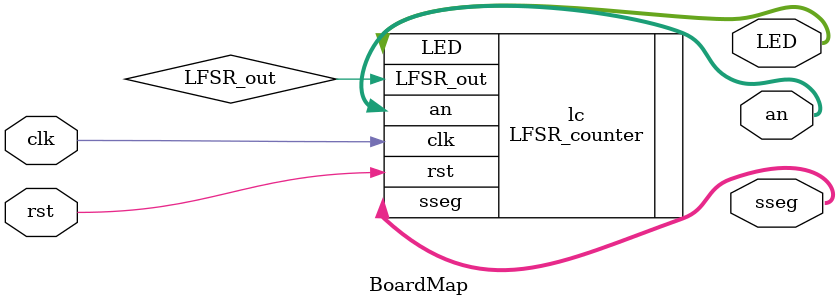
<source format=v>
`timescale 1ns / 1ps

module BoardMap(
    input clk,
    input rst,
    output [3:0] an,
    output [7:0] sseg,
    output [15:0] LED
    );
    
    
    LFSR_counter lc(.clk(clk), .rst(rst), .an(an), .sseg(sseg), .LFSR_out(LFSR_out), .LED(LED));
    
    
endmodule

</source>
